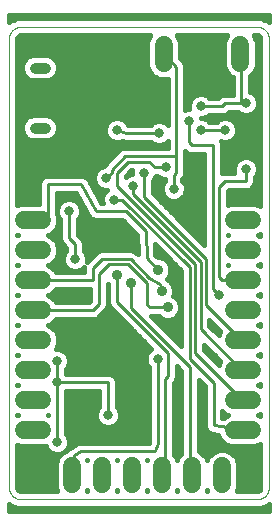
<source format=gbl>
G75*
%MOIN*%
%OFA0B0*%
%FSLAX25Y25*%
%IPPOS*%
%LPD*%
%AMOC8*
5,1,8,0,0,1.08239X$1,22.5*
%
%ADD10C,0.00000*%
%ADD11C,0.03600*%
%ADD12C,0.06000*%
%ADD13C,0.03169*%
%ADD14C,0.01000*%
%ADD15C,0.03600*%
%ADD16C,0.01600*%
D10*
X0007860Y0013611D02*
X0007860Y0163217D01*
X0007862Y0163341D01*
X0007868Y0163464D01*
X0007877Y0163588D01*
X0007891Y0163710D01*
X0007908Y0163833D01*
X0007930Y0163955D01*
X0007955Y0164076D01*
X0007984Y0164196D01*
X0008016Y0164315D01*
X0008053Y0164434D01*
X0008093Y0164551D01*
X0008136Y0164666D01*
X0008184Y0164781D01*
X0008235Y0164893D01*
X0008289Y0165004D01*
X0008347Y0165114D01*
X0008408Y0165221D01*
X0008473Y0165327D01*
X0008541Y0165430D01*
X0008612Y0165531D01*
X0008686Y0165630D01*
X0008763Y0165727D01*
X0008844Y0165821D01*
X0008927Y0165912D01*
X0009013Y0166001D01*
X0009102Y0166087D01*
X0009193Y0166170D01*
X0009287Y0166251D01*
X0009384Y0166328D01*
X0009483Y0166402D01*
X0009584Y0166473D01*
X0009687Y0166541D01*
X0009793Y0166606D01*
X0009900Y0166667D01*
X0010010Y0166725D01*
X0010121Y0166779D01*
X0010233Y0166830D01*
X0010348Y0166878D01*
X0010463Y0166921D01*
X0010580Y0166961D01*
X0010699Y0166998D01*
X0010818Y0167030D01*
X0010938Y0167059D01*
X0011059Y0167084D01*
X0011181Y0167106D01*
X0011304Y0167123D01*
X0011426Y0167137D01*
X0011550Y0167146D01*
X0011673Y0167152D01*
X0011797Y0167154D01*
X0090537Y0167154D01*
X0090661Y0167152D01*
X0090784Y0167146D01*
X0090908Y0167137D01*
X0091030Y0167123D01*
X0091153Y0167106D01*
X0091275Y0167084D01*
X0091396Y0167059D01*
X0091516Y0167030D01*
X0091635Y0166998D01*
X0091754Y0166961D01*
X0091871Y0166921D01*
X0091986Y0166878D01*
X0092101Y0166830D01*
X0092213Y0166779D01*
X0092324Y0166725D01*
X0092434Y0166667D01*
X0092541Y0166606D01*
X0092647Y0166541D01*
X0092750Y0166473D01*
X0092851Y0166402D01*
X0092950Y0166328D01*
X0093047Y0166251D01*
X0093141Y0166170D01*
X0093232Y0166087D01*
X0093321Y0166001D01*
X0093407Y0165912D01*
X0093490Y0165821D01*
X0093571Y0165727D01*
X0093648Y0165630D01*
X0093722Y0165531D01*
X0093793Y0165430D01*
X0093861Y0165327D01*
X0093926Y0165221D01*
X0093987Y0165114D01*
X0094045Y0165004D01*
X0094099Y0164893D01*
X0094150Y0164781D01*
X0094198Y0164666D01*
X0094241Y0164551D01*
X0094281Y0164434D01*
X0094318Y0164315D01*
X0094350Y0164196D01*
X0094379Y0164076D01*
X0094404Y0163955D01*
X0094426Y0163833D01*
X0094443Y0163710D01*
X0094457Y0163588D01*
X0094466Y0163464D01*
X0094472Y0163341D01*
X0094474Y0163217D01*
X0094474Y0013611D01*
X0094472Y0013487D01*
X0094466Y0013364D01*
X0094457Y0013240D01*
X0094443Y0013118D01*
X0094426Y0012995D01*
X0094404Y0012873D01*
X0094379Y0012752D01*
X0094350Y0012632D01*
X0094318Y0012513D01*
X0094281Y0012394D01*
X0094241Y0012277D01*
X0094198Y0012162D01*
X0094150Y0012047D01*
X0094099Y0011935D01*
X0094045Y0011824D01*
X0093987Y0011714D01*
X0093926Y0011607D01*
X0093861Y0011501D01*
X0093793Y0011398D01*
X0093722Y0011297D01*
X0093648Y0011198D01*
X0093571Y0011101D01*
X0093490Y0011007D01*
X0093407Y0010916D01*
X0093321Y0010827D01*
X0093232Y0010741D01*
X0093141Y0010658D01*
X0093047Y0010577D01*
X0092950Y0010500D01*
X0092851Y0010426D01*
X0092750Y0010355D01*
X0092647Y0010287D01*
X0092541Y0010222D01*
X0092434Y0010161D01*
X0092324Y0010103D01*
X0092213Y0010049D01*
X0092101Y0009998D01*
X0091986Y0009950D01*
X0091871Y0009907D01*
X0091754Y0009867D01*
X0091635Y0009830D01*
X0091516Y0009798D01*
X0091396Y0009769D01*
X0091275Y0009744D01*
X0091153Y0009722D01*
X0091030Y0009705D01*
X0090908Y0009691D01*
X0090784Y0009682D01*
X0090661Y0009676D01*
X0090537Y0009674D01*
X0011797Y0009674D01*
X0011673Y0009676D01*
X0011550Y0009682D01*
X0011426Y0009691D01*
X0011304Y0009705D01*
X0011181Y0009722D01*
X0011059Y0009744D01*
X0010938Y0009769D01*
X0010818Y0009798D01*
X0010699Y0009830D01*
X0010580Y0009867D01*
X0010463Y0009907D01*
X0010348Y0009950D01*
X0010233Y0009998D01*
X0010121Y0010049D01*
X0010010Y0010103D01*
X0009900Y0010161D01*
X0009793Y0010222D01*
X0009687Y0010287D01*
X0009584Y0010355D01*
X0009483Y0010426D01*
X0009384Y0010500D01*
X0009287Y0010577D01*
X0009193Y0010658D01*
X0009102Y0010741D01*
X0009013Y0010827D01*
X0008927Y0010916D01*
X0008844Y0011007D01*
X0008763Y0011101D01*
X0008686Y0011198D01*
X0008612Y0011297D01*
X0008541Y0011398D01*
X0008473Y0011501D01*
X0008408Y0011607D01*
X0008347Y0011714D01*
X0008289Y0011824D01*
X0008235Y0011935D01*
X0008184Y0012047D01*
X0008136Y0012162D01*
X0008093Y0012277D01*
X0008053Y0012394D01*
X0008016Y0012513D01*
X0007984Y0012632D01*
X0007955Y0012752D01*
X0007930Y0012873D01*
X0007908Y0012995D01*
X0007891Y0013118D01*
X0007877Y0013240D01*
X0007868Y0013364D01*
X0007862Y0013487D01*
X0007860Y0013611D01*
D11*
X0016367Y0133485D02*
X0019967Y0133485D01*
X0019967Y0153485D02*
X0016367Y0153485D01*
D12*
X0018860Y0102674D02*
X0012860Y0102674D01*
X0012860Y0092674D02*
X0018860Y0092674D01*
X0018860Y0082674D02*
X0012860Y0082674D01*
X0012860Y0072674D02*
X0018860Y0072674D01*
X0018860Y0062674D02*
X0012860Y0062674D01*
X0012860Y0052674D02*
X0018860Y0052674D01*
X0018860Y0042674D02*
X0012860Y0042674D01*
X0012860Y0032674D02*
X0018860Y0032674D01*
X0028860Y0020674D02*
X0028860Y0014674D01*
X0038860Y0014674D02*
X0038860Y0020674D01*
X0048860Y0020674D02*
X0048860Y0014674D01*
X0058860Y0014674D02*
X0058860Y0020674D01*
X0068860Y0020674D02*
X0068860Y0014674D01*
X0078860Y0014674D02*
X0078860Y0020674D01*
X0082860Y0032674D02*
X0088860Y0032674D01*
X0088860Y0042674D02*
X0082860Y0042674D01*
X0082860Y0052674D02*
X0088860Y0052674D01*
X0088860Y0062674D02*
X0082860Y0062674D01*
X0082860Y0072674D02*
X0088860Y0072674D01*
X0088860Y0082674D02*
X0082860Y0082674D01*
X0082860Y0092674D02*
X0088860Y0092674D01*
X0088860Y0102674D02*
X0082860Y0102674D01*
X0084967Y0155133D02*
X0084967Y0161133D01*
X0059367Y0161133D02*
X0059367Y0155133D01*
D13*
X0067860Y0135674D03*
X0071860Y0132674D03*
X0071860Y0140674D03*
X0079860Y0132674D03*
X0086860Y0141674D03*
X0086860Y0119674D03*
X0062760Y0113174D03*
X0060060Y0120374D03*
X0057860Y0131674D03*
X0052860Y0118574D03*
X0049260Y0114074D03*
X0042960Y0109574D03*
X0040260Y0116774D03*
X0043860Y0132674D03*
X0027860Y0105674D03*
X0029860Y0089674D03*
X0023860Y0055674D03*
X0023860Y0048674D03*
X0023860Y0028674D03*
X0040860Y0037674D03*
X0057360Y0056474D03*
X0077860Y0077674D03*
D14*
X0075860Y0079674D01*
X0075860Y0127674D01*
X0068860Y0127674D01*
X0067860Y0128674D01*
X0067860Y0135674D01*
X0071860Y0132674D02*
X0079860Y0132674D01*
X0078860Y0140674D02*
X0071860Y0140674D01*
X0078860Y0140674D02*
X0079860Y0141674D01*
X0086860Y0141674D01*
X0085260Y0141974D01*
X0085260Y0157274D01*
X0084967Y0158133D01*
X0063660Y0153674D02*
X0063660Y0123974D01*
X0046560Y0123974D01*
X0042060Y0119474D01*
X0042060Y0118574D01*
X0040260Y0116774D01*
X0043860Y0118574D02*
X0043860Y0114074D01*
X0069960Y0087974D01*
X0069960Y0058274D01*
X0085260Y0042974D01*
X0085860Y0042674D01*
X0085860Y0052674D02*
X0085260Y0052874D01*
X0071760Y0066374D01*
X0071760Y0088874D01*
X0049260Y0111374D01*
X0049260Y0114074D01*
X0045660Y0109574D02*
X0068160Y0087074D01*
X0068160Y0056474D01*
X0076060Y0048574D01*
X0076060Y0034274D01*
X0085260Y0033074D01*
X0085860Y0032674D01*
X0068860Y0017674D02*
X0068160Y0017774D01*
X0068160Y0053774D01*
X0048360Y0073574D01*
X0048360Y0081674D01*
X0053860Y0081674D02*
X0047560Y0087974D01*
X0041160Y0087974D01*
X0037860Y0084674D01*
X0037860Y0074674D01*
X0035860Y0072674D01*
X0015860Y0072674D01*
X0015960Y0072674D01*
X0015860Y0082674D02*
X0035860Y0082674D01*
X0035860Y0086674D01*
X0038960Y0089774D01*
X0048360Y0089774D01*
X0054660Y0083474D01*
X0058160Y0081474D01*
X0058760Y0079074D01*
X0060760Y0073674D02*
X0054760Y0073674D01*
X0053860Y0074574D01*
X0053860Y0081674D01*
X0057460Y0086074D02*
X0053760Y0090074D01*
X0053460Y0098374D01*
X0053460Y0099074D01*
X0046860Y0105674D01*
X0036860Y0105674D01*
X0031860Y0114674D01*
X0020860Y0114674D01*
X0020860Y0102674D01*
X0015860Y0102674D01*
X0015960Y0102374D01*
X0027860Y0105674D02*
X0027860Y0096674D01*
X0029860Y0094674D01*
X0029860Y0089674D01*
X0042960Y0109574D02*
X0045660Y0109574D01*
X0043860Y0118574D02*
X0047460Y0122174D01*
X0054660Y0122174D01*
X0056460Y0120374D01*
X0060060Y0120374D01*
X0062760Y0117674D02*
X0063660Y0118574D01*
X0063660Y0123974D01*
X0062760Y0117674D02*
X0062760Y0113174D01*
X0052860Y0110474D02*
X0073560Y0089774D01*
X0073560Y0074474D01*
X0085260Y0062774D01*
X0085860Y0062674D01*
X0085860Y0082674D02*
X0078860Y0082674D01*
X0077860Y0083674D01*
X0077860Y0113674D01*
X0079860Y0115674D01*
X0086860Y0115674D01*
X0086860Y0119674D01*
X0063660Y0153674D02*
X0060060Y0157274D01*
X0057860Y0131674D02*
X0046860Y0131674D01*
X0043860Y0132674D01*
X0052860Y0118574D02*
X0052860Y0110474D01*
X0043860Y0084374D02*
X0043860Y0075374D01*
X0060960Y0058274D01*
X0060960Y0050774D01*
X0059860Y0049674D01*
X0059860Y0018674D01*
X0058860Y0017674D01*
X0056660Y0025674D02*
X0057360Y0028374D01*
X0057360Y0056474D01*
X0040860Y0048674D02*
X0040860Y0037674D01*
X0040860Y0048674D02*
X0023860Y0048674D01*
X0023860Y0028674D01*
X0029460Y0024274D02*
X0029460Y0017774D01*
X0028860Y0017674D01*
X0029460Y0024274D02*
X0031860Y0025674D01*
X0056660Y0025674D01*
X0023860Y0048674D02*
X0023860Y0055674D01*
D15*
X0043860Y0084374D03*
X0048360Y0081674D03*
X0057460Y0086074D03*
X0058760Y0079074D03*
X0060760Y0073674D03*
D16*
X0094474Y0005737D02*
X0007860Y0005737D01*
X0007860Y0008020D01*
X0007980Y0007900D01*
X0007980Y0007900D01*
X0010456Y0006874D01*
X0091877Y0006874D01*
X0094353Y0007900D01*
X0094474Y0008020D01*
X0094474Y0005737D01*
X0094474Y0006477D02*
X0007860Y0006477D01*
X0011165Y0012666D02*
X0010851Y0012979D01*
X0010681Y0013389D01*
X0010660Y0013611D01*
X0010660Y0027740D01*
X0011785Y0027274D01*
X0019934Y0027274D01*
X0020099Y0027342D01*
X0020482Y0026417D01*
X0021603Y0025296D01*
X0023067Y0024690D01*
X0024652Y0024690D01*
X0025653Y0025104D01*
X0024282Y0023733D01*
X0023460Y0021748D01*
X0023460Y0013600D01*
X0023926Y0012474D01*
X0011797Y0012474D01*
X0011575Y0012496D01*
X0011165Y0012666D01*
X0010959Y0012871D02*
X0023761Y0012871D01*
X0023460Y0014470D02*
X0010660Y0014470D01*
X0010660Y0016068D02*
X0023460Y0016068D01*
X0023460Y0017667D02*
X0010660Y0017667D01*
X0010660Y0019265D02*
X0023460Y0019265D01*
X0023460Y0020864D02*
X0010660Y0020864D01*
X0010660Y0022462D02*
X0023755Y0022462D01*
X0024609Y0024061D02*
X0010660Y0024061D01*
X0010660Y0025659D02*
X0021240Y0025659D01*
X0020134Y0027258D02*
X0010660Y0027258D01*
X0010660Y0037608D02*
X0010660Y0037740D01*
X0010820Y0037674D01*
X0010660Y0037608D01*
X0010660Y0047608D02*
X0010660Y0047740D01*
X0010820Y0047674D01*
X0010660Y0047608D01*
X0010660Y0057608D02*
X0010660Y0057740D01*
X0010820Y0057674D01*
X0010660Y0057608D01*
X0010660Y0057629D02*
X0010712Y0057629D01*
X0010660Y0067608D02*
X0010660Y0067740D01*
X0010820Y0067674D01*
X0010660Y0067608D01*
X0010660Y0077608D02*
X0010660Y0077740D01*
X0010820Y0077674D01*
X0010660Y0077608D01*
X0010660Y0087608D02*
X0010660Y0087740D01*
X0010820Y0087674D01*
X0010660Y0087608D01*
X0010660Y0097608D02*
X0010660Y0097740D01*
X0010820Y0097674D01*
X0010660Y0097608D01*
X0010660Y0107608D02*
X0010660Y0163217D01*
X0010681Y0163439D01*
X0010851Y0163849D01*
X0011165Y0164163D01*
X0011575Y0164332D01*
X0011797Y0164354D01*
X0054951Y0164354D01*
X0054789Y0164192D01*
X0053967Y0162207D01*
X0053967Y0154059D01*
X0054789Y0152074D01*
X0056308Y0150555D01*
X0058293Y0149733D01*
X0060441Y0149733D01*
X0060760Y0149865D01*
X0060760Y0134409D01*
X0060116Y0135052D01*
X0058652Y0135658D01*
X0057067Y0135658D01*
X0055603Y0135052D01*
X0055125Y0134574D01*
X0047385Y0134574D01*
X0047237Y0134931D01*
X0046116Y0136052D01*
X0044652Y0136658D01*
X0043067Y0136658D01*
X0041603Y0136052D01*
X0040482Y0134931D01*
X0039875Y0133467D01*
X0039875Y0131881D01*
X0040482Y0130417D01*
X0041603Y0129296D01*
X0043067Y0128690D01*
X0044652Y0128690D01*
X0045539Y0129057D01*
X0045845Y0128955D01*
X0046283Y0128774D01*
X0046389Y0128774D01*
X0046490Y0128740D01*
X0046962Y0128774D01*
X0055125Y0128774D01*
X0055603Y0128296D01*
X0057067Y0127690D01*
X0058652Y0127690D01*
X0060116Y0128296D01*
X0060760Y0128939D01*
X0060760Y0126874D01*
X0045983Y0126874D01*
X0044917Y0126433D01*
X0044101Y0125617D01*
X0039601Y0121117D01*
X0039450Y0120751D01*
X0038003Y0120152D01*
X0036882Y0119031D01*
X0036275Y0117567D01*
X0036275Y0115981D01*
X0036882Y0114517D01*
X0038003Y0113396D01*
X0039467Y0112790D01*
X0040541Y0112790D01*
X0039582Y0111831D01*
X0038975Y0110367D01*
X0038975Y0108781D01*
X0039061Y0108574D01*
X0038566Y0108574D01*
X0034475Y0115937D01*
X0034318Y0116317D01*
X0034197Y0116437D01*
X0034114Y0116587D01*
X0033793Y0116842D01*
X0033502Y0117133D01*
X0033345Y0117198D01*
X0033211Y0117304D01*
X0032816Y0117417D01*
X0032436Y0117574D01*
X0032266Y0117574D01*
X0032102Y0117621D01*
X0031694Y0117574D01*
X0020283Y0117574D01*
X0019217Y0117133D01*
X0018401Y0116317D01*
X0017960Y0115251D01*
X0017960Y0108074D01*
X0011785Y0108074D01*
X0010660Y0107608D01*
X0010660Y0108782D02*
X0017960Y0108782D01*
X0017960Y0110380D02*
X0010660Y0110380D01*
X0010660Y0111979D02*
X0017960Y0111979D01*
X0017960Y0113577D02*
X0010660Y0113577D01*
X0010660Y0115176D02*
X0017960Y0115176D01*
X0018859Y0116774D02*
X0010660Y0116774D01*
X0010660Y0118373D02*
X0036609Y0118373D01*
X0036275Y0116774D02*
X0033878Y0116774D01*
X0034898Y0115176D02*
X0036609Y0115176D01*
X0035786Y0113577D02*
X0037822Y0113577D01*
X0036674Y0111979D02*
X0039730Y0111979D01*
X0038981Y0110380D02*
X0037562Y0110380D01*
X0038451Y0108782D02*
X0038975Y0108782D01*
X0037026Y0102774D02*
X0045658Y0102774D01*
X0050560Y0097873D01*
X0050560Y0097797D01*
X0050580Y0097747D01*
X0050809Y0091426D01*
X0050002Y0092233D01*
X0048936Y0092674D01*
X0038383Y0092674D01*
X0037317Y0092233D01*
X0034217Y0089133D01*
X0033758Y0088673D01*
X0033844Y0088881D01*
X0033844Y0090467D01*
X0033237Y0091931D01*
X0032760Y0092409D01*
X0032760Y0095251D01*
X0032318Y0096317D01*
X0030760Y0097875D01*
X0030760Y0102939D01*
X0031237Y0103417D01*
X0031844Y0104881D01*
X0031844Y0106467D01*
X0031237Y0107931D01*
X0030116Y0109052D01*
X0028652Y0109658D01*
X0027067Y0109658D01*
X0025603Y0109052D01*
X0024482Y0107931D01*
X0023875Y0106467D01*
X0023875Y0104881D01*
X0024482Y0103417D01*
X0024960Y0102939D01*
X0024960Y0096097D01*
X0025401Y0095031D01*
X0026960Y0093473D01*
X0026960Y0092409D01*
X0026482Y0091931D01*
X0025875Y0090467D01*
X0025875Y0088881D01*
X0026482Y0087417D01*
X0027603Y0086296D01*
X0029067Y0085690D01*
X0030652Y0085690D01*
X0032116Y0086296D01*
X0032960Y0087139D01*
X0032960Y0085574D01*
X0023503Y0085574D01*
X0023437Y0085733D01*
X0021918Y0087252D01*
X0020899Y0087674D01*
X0021918Y0088096D01*
X0023437Y0089615D01*
X0024260Y0091600D01*
X0024260Y0093748D01*
X0023437Y0095733D01*
X0021918Y0097252D01*
X0020899Y0097674D01*
X0021918Y0098096D01*
X0023437Y0099615D01*
X0024260Y0101600D01*
X0024260Y0103748D01*
X0023760Y0104955D01*
X0023760Y0111774D01*
X0030153Y0111774D01*
X0034244Y0104411D01*
X0034401Y0104031D01*
X0034522Y0103911D01*
X0034605Y0103761D01*
X0034926Y0103506D01*
X0035217Y0103216D01*
X0035375Y0103150D01*
X0035508Y0103044D01*
X0035903Y0102931D01*
X0036283Y0102774D01*
X0036453Y0102774D01*
X0036618Y0102727D01*
X0037026Y0102774D01*
X0034446Y0103986D02*
X0031473Y0103986D01*
X0031844Y0105585D02*
X0033592Y0105585D01*
X0032704Y0107183D02*
X0031547Y0107183D01*
X0031816Y0108782D02*
X0030386Y0108782D01*
X0030928Y0110380D02*
X0023760Y0110380D01*
X0023760Y0108782D02*
X0025333Y0108782D01*
X0024172Y0107183D02*
X0023760Y0107183D01*
X0023760Y0105585D02*
X0023875Y0105585D01*
X0024161Y0103986D02*
X0024246Y0103986D01*
X0024260Y0102388D02*
X0024960Y0102388D01*
X0024960Y0100789D02*
X0023924Y0100789D01*
X0023013Y0099191D02*
X0024960Y0099191D01*
X0024960Y0097592D02*
X0021097Y0097592D01*
X0023177Y0095994D02*
X0025002Y0095994D01*
X0023992Y0094395D02*
X0026037Y0094395D01*
X0026960Y0092797D02*
X0024260Y0092797D01*
X0024093Y0091198D02*
X0026178Y0091198D01*
X0025875Y0089600D02*
X0023422Y0089600D01*
X0021689Y0088001D02*
X0026240Y0088001D01*
X0027496Y0086403D02*
X0022768Y0086403D01*
X0023503Y0079774D02*
X0034960Y0079774D01*
X0034960Y0075875D01*
X0034658Y0075574D01*
X0023503Y0075574D01*
X0023437Y0075733D01*
X0021918Y0077252D01*
X0020899Y0077674D01*
X0021918Y0078096D01*
X0023437Y0079615D01*
X0023503Y0079774D01*
X0022232Y0078410D02*
X0034960Y0078410D01*
X0034960Y0076811D02*
X0022359Y0076811D01*
X0023503Y0069774D02*
X0036436Y0069774D01*
X0037502Y0070216D01*
X0038318Y0071031D01*
X0040318Y0073031D01*
X0040760Y0074097D01*
X0040760Y0081534D01*
X0040960Y0081334D01*
X0040960Y0074797D01*
X0041401Y0073731D01*
X0055229Y0059904D01*
X0055103Y0059852D01*
X0053982Y0058731D01*
X0053375Y0057267D01*
X0053375Y0055681D01*
X0053982Y0054217D01*
X0054460Y0053739D01*
X0054460Y0028744D01*
X0054416Y0028574D01*
X0032235Y0028574D01*
X0032040Y0028625D01*
X0031663Y0028574D01*
X0031283Y0028574D01*
X0031096Y0028497D01*
X0030897Y0028470D01*
X0030568Y0028278D01*
X0030217Y0028133D01*
X0030074Y0027990D01*
X0028168Y0026878D01*
X0027817Y0026733D01*
X0027674Y0026590D01*
X0027500Y0026488D01*
X0027270Y0026186D01*
X0027001Y0025917D01*
X0026924Y0025730D01*
X0026909Y0025711D01*
X0026264Y0025444D01*
X0027237Y0026417D01*
X0027844Y0027881D01*
X0027844Y0029467D01*
X0027237Y0030931D01*
X0026760Y0031409D01*
X0026760Y0045774D01*
X0037960Y0045774D01*
X0037960Y0040409D01*
X0037482Y0039931D01*
X0036875Y0038467D01*
X0036875Y0036881D01*
X0037482Y0035417D01*
X0038603Y0034296D01*
X0040067Y0033690D01*
X0041652Y0033690D01*
X0043116Y0034296D01*
X0044237Y0035417D01*
X0044844Y0036881D01*
X0044844Y0038467D01*
X0044237Y0039931D01*
X0043760Y0040409D01*
X0043760Y0049251D01*
X0043318Y0050317D01*
X0042502Y0051133D01*
X0041436Y0051574D01*
X0026760Y0051574D01*
X0026760Y0052939D01*
X0027237Y0053417D01*
X0027844Y0054881D01*
X0027844Y0056467D01*
X0027237Y0057931D01*
X0026116Y0059052D01*
X0024652Y0059658D01*
X0023455Y0059658D01*
X0024260Y0061600D01*
X0024260Y0063748D01*
X0023437Y0065733D01*
X0021918Y0067252D01*
X0020899Y0067674D01*
X0021918Y0068096D01*
X0023437Y0069615D01*
X0023503Y0069774D01*
X0022641Y0068819D02*
X0046313Y0068819D01*
X0044715Y0070417D02*
X0037704Y0070417D01*
X0039303Y0072016D02*
X0043116Y0072016D01*
X0041518Y0073614D02*
X0040560Y0073614D01*
X0040760Y0075213D02*
X0040960Y0075213D01*
X0040960Y0076811D02*
X0040760Y0076811D01*
X0040760Y0078410D02*
X0040960Y0078410D01*
X0040960Y0080009D02*
X0040760Y0080009D01*
X0034684Y0089600D02*
X0033844Y0089600D01*
X0033541Y0091198D02*
X0036282Y0091198D01*
X0032760Y0092797D02*
X0050759Y0092797D01*
X0050701Y0094395D02*
X0032760Y0094395D01*
X0032452Y0095994D02*
X0050644Y0095994D01*
X0050586Y0097592D02*
X0031043Y0097592D01*
X0030760Y0099191D02*
X0049242Y0099191D01*
X0047643Y0100789D02*
X0030760Y0100789D01*
X0030760Y0102388D02*
X0046045Y0102388D01*
X0046760Y0117209D02*
X0046760Y0117373D01*
X0048661Y0119274D01*
X0048875Y0119274D01*
X0048875Y0118058D01*
X0048467Y0118058D01*
X0047003Y0117452D01*
X0046760Y0117209D01*
X0047760Y0118373D02*
X0048875Y0118373D01*
X0044850Y0126365D02*
X0010660Y0126365D01*
X0010660Y0124767D02*
X0043251Y0124767D01*
X0041653Y0123168D02*
X0010660Y0123168D01*
X0010660Y0121570D02*
X0040054Y0121570D01*
X0037822Y0119971D02*
X0010660Y0119971D01*
X0010660Y0127964D02*
X0056405Y0127964D01*
X0059314Y0127964D02*
X0060760Y0127964D01*
X0060760Y0135956D02*
X0046212Y0135956D01*
X0041507Y0135956D02*
X0023435Y0135956D01*
X0023527Y0135864D02*
X0022346Y0137046D01*
X0020802Y0137685D01*
X0015531Y0137685D01*
X0013988Y0137046D01*
X0012806Y0135864D01*
X0012167Y0134320D01*
X0012167Y0132650D01*
X0012806Y0131106D01*
X0013988Y0129924D01*
X0015531Y0129285D01*
X0020802Y0129285D01*
X0022346Y0129924D01*
X0023527Y0131106D01*
X0024167Y0132650D01*
X0024167Y0134320D01*
X0023527Y0135864D01*
X0024151Y0134358D02*
X0040245Y0134358D01*
X0039875Y0132759D02*
X0024167Y0132759D01*
X0023550Y0131161D02*
X0040174Y0131161D01*
X0041337Y0129562D02*
X0021472Y0129562D01*
X0021116Y0137555D02*
X0060760Y0137555D01*
X0060760Y0139153D02*
X0010660Y0139153D01*
X0010660Y0137555D02*
X0015217Y0137555D01*
X0012898Y0135956D02*
X0010660Y0135956D01*
X0010660Y0134358D02*
X0012182Y0134358D01*
X0012167Y0132759D02*
X0010660Y0132759D01*
X0010660Y0131161D02*
X0012783Y0131161D01*
X0014862Y0129562D02*
X0010660Y0129562D01*
X0010660Y0140752D02*
X0060760Y0140752D01*
X0060760Y0142350D02*
X0010660Y0142350D01*
X0010660Y0143949D02*
X0060760Y0143949D01*
X0060760Y0145547D02*
X0010660Y0145547D01*
X0010660Y0147146D02*
X0060760Y0147146D01*
X0060760Y0148745D02*
X0010660Y0148745D01*
X0010660Y0150343D02*
X0013569Y0150343D01*
X0013988Y0149924D02*
X0015531Y0149285D01*
X0020802Y0149285D01*
X0022346Y0149924D01*
X0023527Y0151106D01*
X0024167Y0152650D01*
X0024167Y0154320D01*
X0023527Y0155864D01*
X0022346Y0157046D01*
X0020802Y0157685D01*
X0015531Y0157685D01*
X0013988Y0157046D01*
X0012806Y0155864D01*
X0012167Y0154320D01*
X0012167Y0152650D01*
X0012806Y0151106D01*
X0013988Y0149924D01*
X0012460Y0151942D02*
X0010660Y0151942D01*
X0010660Y0153540D02*
X0012167Y0153540D01*
X0012506Y0155139D02*
X0010660Y0155139D01*
X0010660Y0156737D02*
X0013679Y0156737D01*
X0010660Y0158336D02*
X0053967Y0158336D01*
X0053967Y0159934D02*
X0010660Y0159934D01*
X0010660Y0161533D02*
X0053967Y0161533D01*
X0054349Y0163131D02*
X0010660Y0163131D01*
X0007860Y0168808D02*
X0007860Y0171091D01*
X0094474Y0171091D01*
X0094474Y0168808D01*
X0094353Y0168929D01*
X0091877Y0169954D01*
X0010456Y0169954D01*
X0007980Y0168929D01*
X0007860Y0168808D01*
X0007980Y0168929D02*
X0007980Y0168929D01*
X0007860Y0169525D02*
X0009420Y0169525D01*
X0022654Y0156737D02*
X0053967Y0156737D01*
X0053967Y0155139D02*
X0023828Y0155139D01*
X0024167Y0153540D02*
X0054182Y0153540D01*
X0054921Y0151942D02*
X0023873Y0151942D01*
X0022764Y0150343D02*
X0056820Y0150343D01*
X0064767Y0162207D02*
X0063945Y0164192D01*
X0063782Y0164354D01*
X0080551Y0164354D01*
X0080389Y0164192D01*
X0079567Y0162207D01*
X0079567Y0154059D01*
X0080389Y0152074D01*
X0081908Y0150555D01*
X0082360Y0150368D01*
X0082360Y0144574D01*
X0079283Y0144574D01*
X0078217Y0144133D01*
X0077658Y0143574D01*
X0074594Y0143574D01*
X0074116Y0144052D01*
X0072652Y0144658D01*
X0071067Y0144658D01*
X0069603Y0144052D01*
X0068482Y0142931D01*
X0067875Y0141467D01*
X0067875Y0139881D01*
X0067968Y0139658D01*
X0067067Y0139658D01*
X0066560Y0139448D01*
X0066560Y0154251D01*
X0066118Y0155317D01*
X0064767Y0156668D01*
X0064767Y0162207D01*
X0064767Y0161533D02*
X0079567Y0161533D01*
X0079567Y0159934D02*
X0064767Y0159934D01*
X0064767Y0158336D02*
X0079567Y0158336D01*
X0079567Y0156737D02*
X0064767Y0156737D01*
X0066192Y0155139D02*
X0079567Y0155139D01*
X0079782Y0153540D02*
X0066560Y0153540D01*
X0066560Y0151942D02*
X0080521Y0151942D01*
X0082360Y0150343D02*
X0066560Y0150343D01*
X0066560Y0148745D02*
X0082360Y0148745D01*
X0082360Y0147146D02*
X0066560Y0147146D01*
X0066560Y0145547D02*
X0082360Y0145547D01*
X0078033Y0143949D02*
X0074219Y0143949D01*
X0074594Y0137774D02*
X0074116Y0137296D01*
X0072652Y0136690D01*
X0071751Y0136690D01*
X0071764Y0136658D01*
X0072652Y0136658D01*
X0074116Y0136052D01*
X0074594Y0135574D01*
X0077125Y0135574D01*
X0077603Y0136052D01*
X0079067Y0136658D01*
X0080652Y0136658D01*
X0082116Y0136052D01*
X0083237Y0134931D01*
X0083844Y0133467D01*
X0083844Y0131881D01*
X0083237Y0130417D01*
X0082116Y0129296D01*
X0080652Y0128690D01*
X0079067Y0128690D01*
X0078476Y0128934D01*
X0078760Y0128251D01*
X0078760Y0118357D01*
X0079283Y0118574D01*
X0083003Y0118574D01*
X0082875Y0118881D01*
X0082875Y0120467D01*
X0083482Y0121931D01*
X0084603Y0123052D01*
X0086067Y0123658D01*
X0087652Y0123658D01*
X0089116Y0123052D01*
X0090237Y0121931D01*
X0090844Y0120467D01*
X0090844Y0118881D01*
X0090237Y0117417D01*
X0089760Y0116939D01*
X0089760Y0115097D01*
X0089318Y0114031D01*
X0088502Y0113216D01*
X0087436Y0112774D01*
X0081061Y0112774D01*
X0080760Y0112473D01*
X0080760Y0107649D01*
X0081785Y0108074D01*
X0089934Y0108074D01*
X0091674Y0107353D01*
X0091674Y0163217D01*
X0091652Y0163439D01*
X0091482Y0163849D01*
X0091168Y0164163D01*
X0090759Y0164332D01*
X0090537Y0164354D01*
X0089382Y0164354D01*
X0089545Y0164192D01*
X0090367Y0162207D01*
X0090367Y0154059D01*
X0089545Y0152074D01*
X0088160Y0150689D01*
X0088160Y0145448D01*
X0089116Y0145052D01*
X0090237Y0143931D01*
X0090844Y0142467D01*
X0090844Y0140881D01*
X0090237Y0139417D01*
X0089116Y0138296D01*
X0087652Y0137690D01*
X0086067Y0137690D01*
X0084603Y0138296D01*
X0084125Y0138774D01*
X0081061Y0138774D01*
X0080502Y0138216D01*
X0079436Y0137774D01*
X0074594Y0137774D01*
X0074375Y0137555D02*
X0091674Y0137555D01*
X0091674Y0139153D02*
X0089974Y0139153D01*
X0090790Y0140752D02*
X0091674Y0140752D01*
X0091674Y0142350D02*
X0090844Y0142350D01*
X0090219Y0143949D02*
X0091674Y0143949D01*
X0091674Y0145547D02*
X0088160Y0145547D01*
X0088160Y0147146D02*
X0091674Y0147146D01*
X0091674Y0148745D02*
X0088160Y0148745D01*
X0088160Y0150343D02*
X0091674Y0150343D01*
X0091674Y0151942D02*
X0089412Y0151942D01*
X0090152Y0153540D02*
X0091674Y0153540D01*
X0091674Y0155139D02*
X0090367Y0155139D01*
X0090367Y0156737D02*
X0091674Y0156737D01*
X0091674Y0158336D02*
X0090367Y0158336D01*
X0090367Y0159934D02*
X0091674Y0159934D01*
X0091674Y0161533D02*
X0090367Y0161533D01*
X0089984Y0163131D02*
X0091674Y0163131D01*
X0094353Y0168929D02*
X0094353Y0168929D01*
X0094474Y0169525D02*
X0092913Y0169525D01*
X0079949Y0163131D02*
X0064384Y0163131D01*
X0066560Y0143949D02*
X0069500Y0143949D01*
X0068241Y0142350D02*
X0066560Y0142350D01*
X0066560Y0140752D02*
X0067875Y0140752D01*
X0074212Y0135956D02*
X0077507Y0135956D01*
X0078760Y0127964D02*
X0091674Y0127964D01*
X0091674Y0129562D02*
X0082382Y0129562D01*
X0083545Y0131161D02*
X0091674Y0131161D01*
X0091674Y0132759D02*
X0083844Y0132759D01*
X0083475Y0134358D02*
X0091674Y0134358D01*
X0091674Y0135956D02*
X0082212Y0135956D01*
X0078760Y0126365D02*
X0091674Y0126365D01*
X0091674Y0124767D02*
X0078760Y0124767D01*
X0078760Y0123168D02*
X0084884Y0123168D01*
X0083332Y0121570D02*
X0078760Y0121570D01*
X0078760Y0119971D02*
X0082875Y0119971D01*
X0078797Y0118373D02*
X0078760Y0118373D01*
X0080760Y0111979D02*
X0091674Y0111979D01*
X0091674Y0113577D02*
X0088864Y0113577D01*
X0089760Y0115176D02*
X0091674Y0115176D01*
X0091674Y0116774D02*
X0089760Y0116774D01*
X0090633Y0118373D02*
X0091674Y0118373D01*
X0091674Y0119971D02*
X0090844Y0119971D01*
X0090387Y0121570D02*
X0091674Y0121570D01*
X0091674Y0123168D02*
X0088835Y0123168D01*
X0091674Y0110380D02*
X0080760Y0110380D01*
X0080760Y0108782D02*
X0091674Y0108782D01*
X0091674Y0097995D02*
X0090899Y0097674D01*
X0091674Y0097353D01*
X0091674Y0097995D01*
X0091674Y0097592D02*
X0091097Y0097592D01*
X0091674Y0087995D02*
X0090899Y0087674D01*
X0091674Y0087353D01*
X0091674Y0087995D01*
X0091674Y0077995D02*
X0090899Y0077674D01*
X0091674Y0077353D01*
X0091674Y0077995D01*
X0091674Y0067995D02*
X0090899Y0067674D01*
X0091674Y0067353D01*
X0091674Y0067995D01*
X0091674Y0057995D02*
X0090899Y0057674D01*
X0091674Y0057353D01*
X0091674Y0057995D01*
X0091674Y0057629D02*
X0091007Y0057629D01*
X0091674Y0047995D02*
X0090899Y0047674D01*
X0091674Y0047353D01*
X0091674Y0047995D01*
X0091674Y0037995D02*
X0090899Y0037674D01*
X0091674Y0037353D01*
X0091674Y0037995D01*
X0091674Y0027995D02*
X0089934Y0027274D01*
X0081785Y0027274D01*
X0079801Y0028096D01*
X0078282Y0029615D01*
X0077649Y0031142D01*
X0075871Y0031374D01*
X0075483Y0031374D01*
X0075304Y0031448D01*
X0075112Y0031473D01*
X0074776Y0031667D01*
X0074417Y0031816D01*
X0074280Y0031952D01*
X0074113Y0032049D01*
X0073876Y0032357D01*
X0073601Y0032631D01*
X0073527Y0032810D01*
X0073409Y0032963D01*
X0073308Y0033338D01*
X0073160Y0033697D01*
X0073160Y0033890D01*
X0073109Y0034077D01*
X0073160Y0034462D01*
X0073160Y0047373D01*
X0071060Y0049473D01*
X0071060Y0025608D01*
X0071918Y0025252D01*
X0073437Y0023733D01*
X0073860Y0022714D01*
X0074282Y0023733D01*
X0075801Y0025252D01*
X0077785Y0026074D01*
X0079934Y0026074D01*
X0081918Y0025252D01*
X0083437Y0023733D01*
X0084260Y0021748D01*
X0084260Y0013600D01*
X0083793Y0012474D01*
X0090537Y0012474D01*
X0090759Y0012496D01*
X0091168Y0012666D01*
X0091482Y0012979D01*
X0091652Y0013389D01*
X0091674Y0013611D01*
X0091674Y0027995D01*
X0091674Y0027258D02*
X0071060Y0027258D01*
X0071060Y0028856D02*
X0079041Y0028856D01*
X0077934Y0030455D02*
X0071060Y0030455D01*
X0071060Y0032053D02*
X0074109Y0032053D01*
X0073178Y0033652D02*
X0071060Y0033652D01*
X0071060Y0035250D02*
X0073160Y0035250D01*
X0073160Y0036849D02*
X0071060Y0036849D01*
X0071060Y0038447D02*
X0073160Y0038447D01*
X0073160Y0040046D02*
X0071060Y0040046D01*
X0071060Y0041644D02*
X0073160Y0041644D01*
X0073160Y0043243D02*
X0071060Y0043243D01*
X0071060Y0044841D02*
X0073160Y0044841D01*
X0073160Y0046440D02*
X0071060Y0046440D01*
X0071060Y0048038D02*
X0072494Y0048038D01*
X0076304Y0056031D02*
X0078002Y0056031D01*
X0078291Y0055742D02*
X0078282Y0055733D01*
X0077790Y0054545D01*
X0072860Y0059475D01*
X0072860Y0061173D01*
X0078291Y0055742D01*
X0076403Y0057629D02*
X0074705Y0057629D01*
X0074805Y0059228D02*
X0073107Y0059228D01*
X0073206Y0060826D02*
X0072860Y0060826D01*
X0076613Y0065622D02*
X0078236Y0065622D01*
X0078258Y0065675D02*
X0074660Y0069273D01*
X0074660Y0067575D01*
X0077760Y0064474D01*
X0078258Y0065675D01*
X0076712Y0067220D02*
X0075014Y0067220D01*
X0075113Y0068819D02*
X0074660Y0068819D01*
X0065260Y0068819D02*
X0057216Y0068819D01*
X0058380Y0070113D02*
X0059924Y0069474D01*
X0061595Y0069474D01*
X0063139Y0070113D01*
X0064320Y0071295D01*
X0064960Y0072839D01*
X0064960Y0074509D01*
X0064320Y0076053D01*
X0063139Y0077235D01*
X0062631Y0077445D01*
X0062960Y0078239D01*
X0062960Y0079909D01*
X0062320Y0081453D01*
X0061139Y0082635D01*
X0060812Y0082770D01*
X0060806Y0082794D01*
X0060506Y0083181D01*
X0061020Y0083695D01*
X0061660Y0085239D01*
X0061660Y0086909D01*
X0061020Y0088453D01*
X0059839Y0089635D01*
X0058295Y0090274D01*
X0057525Y0090274D01*
X0056619Y0091254D01*
X0056497Y0094636D01*
X0065260Y0085873D01*
X0065260Y0060775D01*
X0055261Y0070774D01*
X0055336Y0070774D01*
X0057720Y0070774D01*
X0058380Y0070113D01*
X0058076Y0070417D02*
X0055617Y0070417D01*
X0058814Y0067220D02*
X0065260Y0067220D01*
X0065260Y0065622D02*
X0060413Y0065622D01*
X0062011Y0064023D02*
X0065260Y0064023D01*
X0065260Y0062425D02*
X0063610Y0062425D01*
X0065208Y0060826D02*
X0065260Y0060826D01*
X0063860Y0053973D02*
X0065260Y0052573D01*
X0065260Y0024711D01*
X0064282Y0023733D01*
X0063860Y0022714D01*
X0063437Y0023733D01*
X0062760Y0024411D01*
X0062760Y0048473D01*
X0063418Y0049131D01*
X0063860Y0050197D01*
X0063860Y0053973D01*
X0063860Y0052834D02*
X0064999Y0052834D01*
X0065260Y0051235D02*
X0063860Y0051235D01*
X0063627Y0049637D02*
X0065260Y0049637D01*
X0065260Y0048038D02*
X0062760Y0048038D01*
X0062760Y0046440D02*
X0065260Y0046440D01*
X0065260Y0044841D02*
X0062760Y0044841D01*
X0062760Y0043243D02*
X0065260Y0043243D01*
X0065260Y0041644D02*
X0062760Y0041644D01*
X0062760Y0040046D02*
X0065260Y0040046D01*
X0065260Y0038447D02*
X0062760Y0038447D01*
X0062760Y0036849D02*
X0065260Y0036849D01*
X0065260Y0035250D02*
X0062760Y0035250D01*
X0062760Y0033652D02*
X0065260Y0033652D01*
X0065260Y0032053D02*
X0062760Y0032053D01*
X0062760Y0030455D02*
X0065260Y0030455D01*
X0065260Y0028856D02*
X0062760Y0028856D01*
X0062760Y0027258D02*
X0065260Y0027258D01*
X0065260Y0025659D02*
X0062760Y0025659D01*
X0063110Y0024061D02*
X0064609Y0024061D01*
X0071060Y0025659D02*
X0076784Y0025659D01*
X0074609Y0024061D02*
X0073110Y0024061D01*
X0073860Y0012634D02*
X0073926Y0012474D01*
X0073793Y0012474D01*
X0073860Y0012634D01*
X0080935Y0025659D02*
X0091674Y0025659D01*
X0091674Y0024061D02*
X0083110Y0024061D01*
X0083964Y0022462D02*
X0091674Y0022462D01*
X0091674Y0020864D02*
X0084260Y0020864D01*
X0084260Y0019265D02*
X0091674Y0019265D01*
X0091674Y0017667D02*
X0084260Y0017667D01*
X0084260Y0016068D02*
X0091674Y0016068D01*
X0091674Y0014470D02*
X0084260Y0014470D01*
X0083958Y0012871D02*
X0091374Y0012871D01*
X0094353Y0007900D02*
X0094353Y0007900D01*
X0079322Y0036773D02*
X0078960Y0036820D01*
X0078960Y0038937D01*
X0079801Y0038096D01*
X0080820Y0037674D01*
X0079801Y0037252D01*
X0079322Y0036773D01*
X0079398Y0036849D02*
X0078960Y0036849D01*
X0078960Y0038447D02*
X0079450Y0038447D01*
X0063860Y0012634D02*
X0063926Y0012474D01*
X0063793Y0012474D01*
X0063860Y0012634D01*
X0054460Y0028856D02*
X0027844Y0028856D01*
X0027585Y0027258D02*
X0028819Y0027258D01*
X0026784Y0025659D02*
X0026479Y0025659D01*
X0027435Y0030455D02*
X0054460Y0030455D01*
X0054460Y0032053D02*
X0026760Y0032053D01*
X0026760Y0033652D02*
X0054460Y0033652D01*
X0054460Y0035250D02*
X0044070Y0035250D01*
X0044830Y0036849D02*
X0054460Y0036849D01*
X0054460Y0038447D02*
X0044844Y0038447D01*
X0044122Y0040046D02*
X0054460Y0040046D01*
X0054460Y0041644D02*
X0043760Y0041644D01*
X0043760Y0043243D02*
X0054460Y0043243D01*
X0054460Y0044841D02*
X0043760Y0044841D01*
X0043760Y0046440D02*
X0054460Y0046440D01*
X0054460Y0048038D02*
X0043760Y0048038D01*
X0043600Y0049637D02*
X0054460Y0049637D01*
X0054460Y0051235D02*
X0042254Y0051235D01*
X0037960Y0044841D02*
X0026760Y0044841D01*
X0026760Y0043243D02*
X0037960Y0043243D01*
X0037960Y0041644D02*
X0026760Y0041644D01*
X0026760Y0040046D02*
X0037597Y0040046D01*
X0036875Y0038447D02*
X0026760Y0038447D01*
X0026760Y0036849D02*
X0036889Y0036849D01*
X0037649Y0035250D02*
X0026760Y0035250D01*
X0020960Y0037649D02*
X0020899Y0037674D01*
X0020960Y0037699D01*
X0020960Y0037649D01*
X0026760Y0052834D02*
X0054460Y0052834D01*
X0053893Y0054432D02*
X0027658Y0054432D01*
X0027844Y0056031D02*
X0053375Y0056031D01*
X0053526Y0057629D02*
X0027362Y0057629D01*
X0025691Y0059228D02*
X0054479Y0059228D01*
X0054306Y0060826D02*
X0023939Y0060826D01*
X0024260Y0062425D02*
X0052707Y0062425D01*
X0051109Y0064023D02*
X0024146Y0064023D01*
X0023483Y0065622D02*
X0049510Y0065622D01*
X0047912Y0067220D02*
X0021950Y0067220D01*
X0032223Y0086403D02*
X0032960Y0086403D01*
X0055760Y0111675D02*
X0055760Y0115839D01*
X0056237Y0116317D01*
X0056716Y0117474D01*
X0057325Y0117474D01*
X0057803Y0116996D01*
X0059267Y0116390D01*
X0059860Y0116390D01*
X0059860Y0115909D01*
X0059382Y0115431D01*
X0058775Y0113967D01*
X0058775Y0112381D01*
X0059382Y0110917D01*
X0060503Y0109796D01*
X0061967Y0109190D01*
X0063552Y0109190D01*
X0065016Y0109796D01*
X0066137Y0110917D01*
X0066744Y0112381D01*
X0066744Y0113967D01*
X0066137Y0115431D01*
X0065660Y0115909D01*
X0065660Y0116473D01*
X0066118Y0116931D01*
X0066560Y0117997D01*
X0066560Y0125873D01*
X0067217Y0125216D01*
X0068283Y0124774D01*
X0072960Y0124774D01*
X0072960Y0094475D01*
X0055760Y0111675D01*
X0055760Y0111979D02*
X0058942Y0111979D01*
X0058775Y0113577D02*
X0055760Y0113577D01*
X0055760Y0115176D02*
X0059276Y0115176D01*
X0058339Y0116774D02*
X0056427Y0116774D01*
X0057055Y0110380D02*
X0059919Y0110380D01*
X0058653Y0108782D02*
X0072960Y0108782D01*
X0072960Y0110380D02*
X0065600Y0110380D01*
X0066577Y0111979D02*
X0072960Y0111979D01*
X0072960Y0113577D02*
X0066744Y0113577D01*
X0066243Y0115176D02*
X0072960Y0115176D01*
X0072960Y0116774D02*
X0065961Y0116774D01*
X0066560Y0118373D02*
X0072960Y0118373D01*
X0072960Y0119971D02*
X0066560Y0119971D01*
X0066560Y0121570D02*
X0072960Y0121570D01*
X0072960Y0123168D02*
X0066560Y0123168D01*
X0066560Y0124767D02*
X0072960Y0124767D01*
X0072960Y0107183D02*
X0060252Y0107183D01*
X0061850Y0105585D02*
X0072960Y0105585D01*
X0072960Y0103986D02*
X0063449Y0103986D01*
X0065047Y0102388D02*
X0072960Y0102388D01*
X0072960Y0100789D02*
X0066646Y0100789D01*
X0068244Y0099191D02*
X0072960Y0099191D01*
X0072960Y0097592D02*
X0069843Y0097592D01*
X0071441Y0095994D02*
X0072960Y0095994D01*
X0080760Y0097649D02*
X0080760Y0097699D01*
X0080820Y0097674D01*
X0080760Y0097649D01*
X0080760Y0087699D02*
X0080820Y0087674D01*
X0080760Y0087649D01*
X0080760Y0087699D01*
X0065260Y0084804D02*
X0061480Y0084804D01*
X0061660Y0086403D02*
X0064730Y0086403D01*
X0065260Y0083206D02*
X0060531Y0083206D01*
X0062166Y0081607D02*
X0065260Y0081607D01*
X0065260Y0080009D02*
X0062919Y0080009D01*
X0062960Y0078410D02*
X0065260Y0078410D01*
X0065260Y0076811D02*
X0063562Y0076811D01*
X0064668Y0075213D02*
X0065260Y0075213D01*
X0065260Y0073614D02*
X0064960Y0073614D01*
X0065260Y0072016D02*
X0064619Y0072016D01*
X0065260Y0070417D02*
X0063443Y0070417D01*
X0063131Y0088001D02*
X0061207Y0088001D01*
X0061533Y0089600D02*
X0059874Y0089600D01*
X0059934Y0091198D02*
X0056670Y0091198D01*
X0056563Y0092797D02*
X0058336Y0092797D01*
X0056737Y0094395D02*
X0056505Y0094395D01*
X0053885Y0022774D02*
X0053860Y0022714D01*
X0053835Y0022774D01*
X0053885Y0022774D01*
X0053860Y0012634D02*
X0053926Y0012474D01*
X0053793Y0012474D01*
X0053860Y0012634D01*
X0043926Y0012474D02*
X0043793Y0012474D01*
X0043860Y0012634D01*
X0043926Y0012474D01*
X0043860Y0022714D02*
X0043885Y0022774D01*
X0043835Y0022774D01*
X0043860Y0022714D01*
X0033885Y0022774D02*
X0033860Y0022714D01*
X0033835Y0022774D01*
X0033885Y0022774D01*
X0033860Y0012634D02*
X0033926Y0012474D01*
X0033793Y0012474D01*
X0033860Y0012634D01*
M02*

</source>
